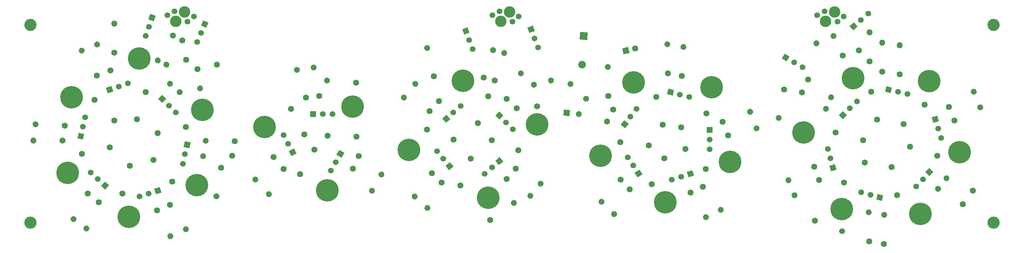
<source format=gbr>
%TF.GenerationSoftware,KiCad,Pcbnew,(5.1.7)-1*%
%TF.CreationDate,2021-06-30T17:19:36-05:00*%
%TF.ProjectId,ROLZRSTRIP,524f4c5a-5253-4545-9249-502e6b696361,rev?*%
%TF.SameCoordinates,Original*%
%TF.FileFunction,Soldermask,Top*%
%TF.FilePolarity,Negative*%
%FSLAX46Y46*%
G04 Gerber Fmt 4.6, Leading zero omitted, Abs format (unit mm)*
G04 Created by KiCad (PCBNEW (5.1.7)-1) date 2021-06-30 17:19:36*
%MOMM*%
%LPD*%
G01*
G04 APERTURE LIST*
%ADD10C,3.200000*%
%ADD11C,5.900000*%
%ADD12C,1.600000*%
%ADD13C,3.000000*%
%ADD14C,0.100000*%
%ADD15C,1.500000*%
%ADD16C,2.000000*%
%ADD17O,1.600000X1.600000*%
%ADD18R,1.500000X1.500000*%
G04 APERTURE END LIST*
D10*
%TO.C,REF\u002A\u002A*%
X21900000Y-97580000D03*
%TD*%
%TO.C,REF\u002A\u002A*%
X273780000Y-97580000D03*
%TD*%
D11*
%TO.C,REF\u002A\u002A*%
X254640000Y-147160000D03*
%TD*%
%TO.C,REF\u002A\u002A*%
X256890000Y-112360000D03*
%TD*%
%TO.C,REF\u002A\u002A*%
X237030000Y-111540000D03*
%TD*%
%TO.C,REF\u002A\u002A*%
X264900000Y-131000000D03*
%TD*%
%TO.C,REF\u002A\u002A*%
X234050000Y-145890000D03*
%TD*%
%TO.C,REF\u002A\u002A*%
X224090000Y-125790000D03*
%TD*%
%TO.C,REF\u002A\u002A*%
X179580000Y-112700000D03*
%TD*%
%TO.C,REF\u002A\u002A*%
X200050000Y-113910000D03*
%TD*%
%TO.C,REF\u002A\u002A*%
X187880000Y-144100000D03*
%TD*%
%TO.C,REF\u002A\u002A*%
X170960000Y-131860000D03*
%TD*%
%TO.C,REF\u002A\u002A*%
X204880000Y-133510000D03*
%TD*%
%TO.C,REF\u002A\u002A*%
X141580000Y-142870000D03*
%TD*%
%TO.C,REF\u002A\u002A*%
X120850000Y-130360000D03*
%TD*%
%TO.C,REF\u002A\u002A*%
X135010000Y-112250000D03*
%TD*%
%TO.C,REF\u002A\u002A*%
X154370000Y-123680000D03*
%TD*%
%TO.C,REF\u002A\u002A*%
X99550000Y-140980000D03*
%TD*%
%TO.C,REF\u002A\u002A*%
X66810000Y-119890000D03*
%TD*%
%TO.C,REF\u002A\u002A*%
X106160000Y-119000000D03*
%TD*%
%TO.C,REF\u002A\u002A*%
X32600000Y-116570000D03*
%TD*%
%TO.C,REF\u002A\u002A*%
X50370000Y-106410000D03*
%TD*%
%TO.C,REF\u002A\u002A*%
X83060000Y-124370000D03*
%TD*%
%TO.C,REF\u002A\u002A*%
X47590000Y-147900000D03*
%TD*%
%TO.C,REF\u002A\u002A*%
X31620000Y-136390000D03*
%TD*%
%TO.C,REF\u002A\u002A*%
X65360000Y-139580000D03*
%TD*%
%TO.C,REF\u002A\u002A*%
G36*
G01*
X100226613Y-112244261D02*
X100226613Y-112244261D01*
G75*
G02*
X99372757Y-112986507I-798051J55805D01*
G01*
X99372757Y-112986507D01*
G75*
G02*
X98630511Y-112132651I55805J798051D01*
G01*
X98630511Y-112132651D01*
G75*
G02*
X99484367Y-111390405I798051J-55805D01*
G01*
X99484367Y-111390405D01*
G75*
G02*
X100226613Y-112244261I-55805J-798051D01*
G01*
G37*
D12*
X107030000Y-112720000D03*
%TD*%
%TO.C,REF\u002A\u002A*%
X128730000Y-117550000D03*
G36*
G01*
X123212505Y-113541304D02*
X123212505Y-113541304D01*
G75*
G02*
X122095063Y-113718290I-647214J470228D01*
G01*
X122095063Y-113718290D01*
G75*
G02*
X121918077Y-112600848I470228J647214D01*
G01*
X121918077Y-112600848D01*
G75*
G02*
X123035519Y-112423862I647214J-470228D01*
G01*
X123035519Y-112423862D01*
G75*
G02*
X123212505Y-113541304I-470228J-647214D01*
G01*
G37*
%TD*%
%TO.C,REF\u002A\u002A*%
X88060000Y-135370000D03*
G36*
G01*
X84650000Y-141276294D02*
X84650000Y-141276294D01*
G75*
G02*
X84942820Y-142369114I-400000J-692820D01*
G01*
X84942820Y-142369114D01*
G75*
G02*
X83850000Y-142661934I-692820J400000D01*
G01*
X83850000Y-142661934D01*
G75*
G02*
X83557180Y-141569114I400000J692820D01*
G01*
X83557180Y-141569114D01*
G75*
G02*
X84650000Y-141276294I692820J-400000D01*
G01*
G37*
%TD*%
D13*
%TO.C,REF\u002A\u002A*%
X62200000Y-94180000D03*
%TD*%
D14*
%TO.C,REF\u002A\u002A*%
G36*
X66486573Y-97787330D02*
G01*
X67072670Y-96406573D01*
X68453427Y-96992670D01*
X67867330Y-98373427D01*
X66486573Y-97787330D01*
G37*
D15*
X65485086Y-102066165D03*
X66477543Y-99728082D03*
%TD*%
%TO.C,REF\u002A\u002A*%
G36*
G01*
X172890975Y-109431039D02*
X172890975Y-109431039D01*
G75*
G02*
X172077135Y-108645123I-13962J799878D01*
G01*
X172077135Y-108645123D01*
G75*
G02*
X172863051Y-107831283I799878J13962D01*
G01*
X172863051Y-107831283D01*
G75*
G02*
X173676891Y-108617199I13962J-799878D01*
G01*
X173676891Y-108617199D01*
G75*
G02*
X172890975Y-109431039I-799878J-13962D01*
G01*
G37*
D12*
X173010000Y-116250000D03*
%TD*%
D14*
%TO.C,REF\u002A\u002A*%
G36*
X54264945Y-140548470D02*
G01*
X55691530Y-140084945D01*
X56155055Y-141511530D01*
X54728470Y-141975055D01*
X54264945Y-140548470D01*
G37*
D15*
X50378633Y-142599806D03*
X52794316Y-141814903D03*
%TD*%
D14*
%TO.C,REF\u002A\u002A*%
G36*
X35929491Y-126217936D02*
G01*
X35592064Y-127679491D01*
X34130509Y-127342064D01*
X34467936Y-125880509D01*
X35929491Y-126217936D01*
G37*
D15*
X36172751Y-121830200D03*
X35601376Y-124305100D03*
%TD*%
%TO.C,REF\u002A\u002A*%
G36*
G01*
X122851304Y-141947495D02*
X122851304Y-141947495D01*
G75*
G02*
X123028290Y-143064937I-470228J-647214D01*
G01*
X123028290Y-143064937D01*
G75*
G02*
X121910848Y-143241923I-647214J470228D01*
G01*
X121910848Y-143241923D01*
G75*
G02*
X121733862Y-142124481I470228J647214D01*
G01*
X121733862Y-142124481D01*
G75*
G02*
X122851304Y-141947495I647214J-470228D01*
G01*
G37*
D12*
X126860000Y-136430000D03*
%TD*%
D15*
%TO.C,REF\u002A\u002A*%
X59530000Y-94020000D03*
%TD*%
%TO.C,REF\u002A\u002A*%
G36*
G01*
X81208035Y-137500135D02*
X81208035Y-137500135D01*
G75*
G02*
X81326296Y-138625308I-503456J-621717D01*
G01*
X81326296Y-138625308D01*
G75*
G02*
X80201123Y-138743569I-621717J503456D01*
G01*
X80201123Y-138743569D01*
G75*
G02*
X80082862Y-137618396I503456J621717D01*
G01*
X80082862Y-137618396D01*
G75*
G02*
X81208035Y-137500135I621717J-503456D01*
G01*
G37*
D12*
X85500000Y-132200000D03*
%TD*%
D15*
%TO.C,REF\u002A\u002A*%
X52843057Y-98121617D03*
X52016114Y-100523234D03*
D14*
G36*
X52716685Y-96184963D02*
G01*
X53205037Y-94766685D01*
X54623315Y-95255037D01*
X54134963Y-96673315D01*
X52716685Y-96184963D01*
G37*
%TD*%
D12*
%TO.C,REF\u002A\u002A*%
X54060000Y-132980000D03*
X58980443Y-138640322D03*
%TD*%
%TO.C,REF\u002A\u002A*%
X93470000Y-126330000D03*
X90065071Y-119647451D03*
%TD*%
%TO.C,REF\u002A\u002A*%
X188570000Y-110290000D03*
G36*
G01*
X188450975Y-103471039D02*
X188450975Y-103471039D01*
G75*
G02*
X187637135Y-102685123I-13962J799878D01*
G01*
X187637135Y-102685123D01*
G75*
G02*
X188423051Y-101871283I799878J13962D01*
G01*
X188423051Y-101871283D01*
G75*
G02*
X189236891Y-102657199I13962J-799878D01*
G01*
X189236891Y-102657199D01*
G75*
G02*
X188450975Y-103471039I-799878J-13962D01*
G01*
G37*
%TD*%
D14*
%TO.C,REF\u002A\u002A*%
G36*
X56340000Y-118030660D02*
G01*
X55279340Y-116970000D01*
X56340000Y-115909340D01*
X57400660Y-116970000D01*
X56340000Y-118030660D01*
G37*
D15*
X59932102Y-120562102D03*
X58136051Y-118766051D03*
%TD*%
%TO.C,REF\u002A\u002A*%
G36*
G01*
X192606931Y-104189347D02*
X192606931Y-104189347D01*
G75*
G02*
X191849896Y-103348574I41869J798904D01*
G01*
X191849896Y-103348574D01*
G75*
G02*
X192690669Y-102591539I798904J-41869D01*
G01*
X192690669Y-102591539D01*
G75*
G02*
X193447704Y-103432312I-41869J-798904D01*
G01*
X193447704Y-103432312D01*
G75*
G02*
X192606931Y-104189347I-798904J41869D01*
G01*
G37*
D12*
X192250000Y-111000000D03*
%TD*%
D10*
%TO.C,REF\u002A\u002A*%
X21900000Y-149420000D03*
%TD*%
%TO.C,REF\u002A\u002A*%
X273780000Y-149420000D03*
%TD*%
D13*
%TO.C,REF\u002A\u002A*%
X59860000Y-96690000D03*
%TD*%
D12*
%TO.C,REF\u002A\u002A*%
X178570000Y-140710000D03*
G36*
G01*
X174955950Y-146493688D02*
X174955950Y-146493688D01*
G75*
G02*
X175210453Y-147596061I-423935J-678438D01*
G01*
X175210453Y-147596061D01*
G75*
G02*
X174108080Y-147850564I-678438J423935D01*
G01*
X174108080Y-147850564D01*
G75*
G02*
X173853577Y-146748191I423935J678438D01*
G01*
X173853577Y-146748191D01*
G75*
G02*
X174955950Y-146493688I678438J-423935D01*
G01*
G37*
%TD*%
%TO.C,REF\u002A\u002A*%
X125578147Y-125002240D03*
X132580000Y-127690000D03*
%TD*%
D15*
%TO.C,REF\u002A\u002A*%
X62970000Y-96790000D03*
%TD*%
D12*
%TO.C,REF\u002A\u002A*%
X129390000Y-138900000D03*
G36*
G01*
X126083599Y-144864906D02*
X126083599Y-144864906D01*
G75*
G02*
X126395447Y-145952450I-387848J-699696D01*
G01*
X126395447Y-145952450D01*
G75*
G02*
X125307903Y-146264298I-699696J387848D01*
G01*
X125307903Y-146264298D01*
G75*
G02*
X124996055Y-145176754I387848J699696D01*
G01*
X124996055Y-145176754D01*
G75*
G02*
X126083599Y-144864906I699696J-387848D01*
G01*
G37*
%TD*%
%TO.C,REF\u002A\u002A*%
X202940000Y-122980000D03*
G36*
G01*
X209348704Y-120647423D02*
X209348704Y-120647423D01*
G75*
G02*
X209826842Y-119622053I751754J273616D01*
G01*
X209826842Y-119622053D01*
G75*
G02*
X210852212Y-120100191I273616J-751754D01*
G01*
X210852212Y-120100191D01*
G75*
G02*
X210374074Y-121125561I-751754J-273616D01*
G01*
X210374074Y-121125561D01*
G75*
G02*
X209348704Y-120647423I-273616J751754D01*
G01*
G37*
%TD*%
D15*
%TO.C,REF\u002A\u002A*%
X62290000Y-131500000D03*
X61718625Y-133974900D03*
D14*
G36*
X61961885Y-129587164D02*
G01*
X62299312Y-128125609D01*
X63760867Y-128463036D01*
X63423440Y-129924591D01*
X61961885Y-129587164D01*
G37*
%TD*%
D15*
%TO.C,REF\u002A\u002A*%
X44981617Y-113733057D03*
X47383234Y-112906114D03*
D14*
G36*
X43533315Y-115024963D02*
G01*
X42115037Y-115513315D01*
X41626685Y-114095037D01*
X43044963Y-113606685D01*
X43533315Y-115024963D01*
G37*
%TD*%
%TO.C,REF\u002A\u002A*%
G36*
G01*
X110664323Y-140467119D02*
X110664323Y-140467119D01*
G75*
G02*
X111792938Y-140546040I524847J-603768D01*
G01*
X111792938Y-140546040D01*
G75*
G02*
X111714017Y-141674655I-603768J-524847D01*
G01*
X111714017Y-141674655D01*
G75*
G02*
X110585402Y-141595734I-524847J603768D01*
G01*
X110585402Y-141595734D01*
G75*
G02*
X110664323Y-140467119I603768J524847D01*
G01*
G37*
D12*
X106190000Y-135320000D03*
%TD*%
D15*
%TO.C,REF\u002A\u002A*%
X64600000Y-95370000D03*
%TD*%
%TO.C,REF\u002A\u002A*%
G36*
G01*
X149756401Y-111015094D02*
X149756401Y-111015094D01*
G75*
G02*
X149444553Y-109927550I387848J699696D01*
G01*
X149444553Y-109927550D01*
G75*
G02*
X150532097Y-109615702I699696J-387848D01*
G01*
X150532097Y-109615702D01*
G75*
G02*
X150843945Y-110703246I-387848J-699696D01*
G01*
X150843945Y-110703246D01*
G75*
G02*
X149756401Y-111015094I-699696J387848D01*
G01*
G37*
D12*
X146450000Y-116980000D03*
%TD*%
%TO.C,REF\u002A\u002A*%
G36*
G01*
X198104050Y-147313688D02*
X198104050Y-147313688D01*
G75*
G02*
X199206423Y-147568191I423935J-678438D01*
G01*
X199206423Y-147568191D01*
G75*
G02*
X198951920Y-148670564I-678438J-423935D01*
G01*
X198951920Y-148670564D01*
G75*
G02*
X197849547Y-148416061I-423935J678438D01*
G01*
X197849547Y-148416061D01*
G75*
G02*
X198104050Y-147313688I678438J423935D01*
G01*
G37*
X194490000Y-141530000D03*
%TD*%
%TO.C,REF\u002A\u002A*%
X149080000Y-119450000D03*
G36*
G01*
X153088696Y-113932505D02*
X153088696Y-113932505D01*
G75*
G02*
X152911710Y-112815063I470228J647214D01*
G01*
X152911710Y-112815063D01*
G75*
G02*
X154029152Y-112638077I647214J-470228D01*
G01*
X154029152Y-112638077D01*
G75*
G02*
X154206138Y-113755519I-470228J-647214D01*
G01*
X154206138Y-113755519D01*
G75*
G02*
X153088696Y-113932505I-647214J470228D01*
G01*
G37*
%TD*%
%TO.C,REF\u002A\u002A*%
X239650000Y-127850000D03*
X232440537Y-125782720D03*
%TD*%
D15*
%TO.C,REF\u002A\u002A*%
X39502412Y-137990408D03*
X37614824Y-136290817D03*
D14*
G36*
X41334489Y-138630793D02*
G01*
X42449207Y-139634489D01*
X41445511Y-140749207D01*
X40330793Y-139745511D01*
X41334489Y-138630793D01*
G37*
%TD*%
D15*
%TO.C,REF\u002A\u002A*%
X57660000Y-95080000D03*
%TD*%
%TO.C,REF\u002A\u002A*%
G36*
G01*
X210997416Y-124910093D02*
X210997416Y-124910093D01*
G75*
G02*
X211580115Y-123940318I776237J193538D01*
G01*
X211580115Y-123940318D01*
G75*
G02*
X212549890Y-124523017I193538J-776237D01*
G01*
X212549890Y-124523017D01*
G75*
G02*
X211967191Y-125492792I-776237J-193538D01*
G01*
X211967191Y-125492792D01*
G75*
G02*
X210997416Y-124910093I-193538J776237D01*
G01*
G37*
D12*
X204380000Y-126560000D03*
%TD*%
D16*
%TO.C,REF\u002A\u002A*%
X166190000Y-108020000D03*
%TD*%
%TO.C,REF\u002A\u002A*%
G36*
G01*
X166062386Y-121174854D02*
X166062386Y-121174854D01*
G75*
G02*
X165082590Y-121740540I-772741J207055D01*
G01*
X165082590Y-121740540D01*
G75*
G02*
X164516904Y-120760744I207055J772741D01*
G01*
X164516904Y-120760744D01*
G75*
G02*
X165496700Y-120195058I772741J-207055D01*
G01*
X165496700Y-120195058D01*
G75*
G02*
X166062386Y-121174854I-207055J-772741D01*
G01*
G37*
D12*
X172650000Y-122940000D03*
%TD*%
%TO.C,REF\u002A\u002A*%
X107750000Y-132010000D03*
G36*
G01*
X113050135Y-136301965D02*
X113050135Y-136301965D01*
G75*
G02*
X114175308Y-136183704I621717J-503456D01*
G01*
X114175308Y-136183704D01*
G75*
G02*
X114293569Y-137308877I-503456J-621717D01*
G01*
X114293569Y-137308877D01*
G75*
G02*
X113168396Y-137427138I-621717J503456D01*
G01*
X113168396Y-137427138D01*
G75*
G02*
X113050135Y-136301965I503456J621717D01*
G01*
G37*
%TD*%
%TO.C,REF\u002A\u002A*%
X197730000Y-140060000D03*
G36*
G01*
X201928811Y-145434233D02*
X201928811Y-145434233D01*
G75*
G02*
X203051749Y-145572113I492529J-630409D01*
G01*
X203051749Y-145572113D01*
G75*
G02*
X202913869Y-146695051I-630409J-492529D01*
G01*
X202913869Y-146695051D01*
G75*
G02*
X201790931Y-146557171I-492529J630409D01*
G01*
X201790931Y-146557171D01*
G75*
G02*
X201928811Y-145434233I630409J492529D01*
G01*
G37*
%TD*%
D15*
%TO.C,REF\u002A\u002A*%
X231092600Y-132586548D03*
X230435199Y-130133097D03*
D14*
G36*
X232280330Y-134121441D02*
G01*
X232668559Y-135570330D01*
X231219670Y-135958559D01*
X230831441Y-134509670D01*
X232280330Y-134121441D01*
G37*
%TD*%
D15*
%TO.C,REF\u002A\u002A*%
X178808610Y-121621466D03*
X180337220Y-119592932D03*
D14*
G36*
X178330338Y-123502385D02*
G01*
X177427615Y-124700338D01*
X176229662Y-123797615D01*
X177132385Y-122599662D01*
X178330338Y-123502385D01*
G37*
%TD*%
D12*
%TO.C,REF\u002A\u002A*%
X193200000Y-130100000D03*
X198503301Y-135403301D03*
%TD*%
D14*
%TO.C,REF\u002A\u002A*%
G36*
X255910793Y-136235511D02*
G01*
X256914489Y-135120793D01*
X258029207Y-136124489D01*
X257025511Y-137239207D01*
X255910793Y-136235511D01*
G37*
D15*
X253570817Y-139955176D03*
X255270408Y-138067588D03*
%TD*%
D12*
%TO.C,REF\u002A\u002A*%
X55010000Y-146180000D03*
G36*
G01*
X58106216Y-152256665D02*
X58106216Y-152256665D01*
G75*
G02*
X59182213Y-152606278I363192J-712805D01*
G01*
X59182213Y-152606278D01*
G75*
G02*
X58832600Y-153682275I-712805J-363192D01*
G01*
X58832600Y-153682275D01*
G75*
G02*
X57756603Y-153332662I-363192J712805D01*
G01*
X57756603Y-153332662D01*
G75*
G02*
X58106216Y-152256665I712805J363192D01*
G01*
G37*
%TD*%
%TO.C,REF\u002A\u002A*%
X71730000Y-135000000D03*
G36*
G01*
X70663117Y-141736034D02*
X70663117Y-141736034D01*
G75*
G02*
X71328120Y-142651333I-125148J-790151D01*
G01*
X71328120Y-142651333D01*
G75*
G02*
X70412821Y-143316336I-790151J125148D01*
G01*
X70412821Y-143316336D01*
G75*
G02*
X69747818Y-142401037I125148J790151D01*
G01*
X69747818Y-142401037D01*
G75*
G02*
X70663117Y-141736034I790151J-125148D01*
G01*
G37*
%TD*%
%TO.C,REF\u002A\u002A*%
X174270000Y-119790000D03*
G36*
G01*
X167946606Y-117235183D02*
X167946606Y-117235183D01*
G75*
G02*
X166905174Y-117677245I-741747J299685D01*
G01*
X166905174Y-117677245D01*
G75*
G02*
X166463112Y-116635813I299685J741747D01*
G01*
X166463112Y-116635813D01*
G75*
G02*
X167504544Y-116193751I741747J-299685D01*
G01*
X167504544Y-116193751D01*
G75*
G02*
X167946606Y-117235183I-299685J-741747D01*
G01*
G37*
%TD*%
D17*
%TO.C,REF\u002A\u002A*%
X43820000Y-97290000D03*
D12*
X43820000Y-104910000D03*
%TD*%
%TO.C,REF\u002A\u002A*%
G36*
G01*
X151976617Y-141931791D02*
X151976617Y-141931791D01*
G75*
G02*
X153090800Y-141735330I655322J-458861D01*
G01*
X153090800Y-141735330D01*
G75*
G02*
X153287261Y-142849513I-458861J-655322D01*
G01*
X153287261Y-142849513D01*
G75*
G02*
X152173078Y-143045974I-655322J458861D01*
G01*
X152173078Y-143045974D01*
G75*
G02*
X151976617Y-141931791I458861J655322D01*
G01*
G37*
X146390000Y-138020000D03*
%TD*%
D18*
%TO.C,REF\u002A\u002A*%
X95810000Y-120970000D03*
D15*
X100890000Y-120970000D03*
X98350000Y-120970000D03*
%TD*%
D14*
%TO.C,REF\u002A\u002A*%
G36*
X144471489Y-122390499D02*
G01*
X143429501Y-121311489D01*
X144508511Y-120269501D01*
X145550499Y-121348511D01*
X144471489Y-122390499D01*
G37*
D15*
X148018865Y-124984246D03*
X146254432Y-123157123D03*
%TD*%
%TO.C,REF\u002A\u002A*%
X129827319Y-132674247D03*
X128194639Y-130728494D03*
D14*
G36*
X131552443Y-133563376D02*
G01*
X132516624Y-134712443D01*
X131367557Y-135676624D01*
X130403376Y-134527557D01*
X131552443Y-133563376D01*
G37*
%TD*%
D18*
%TO.C,REF\u002A\u002A*%
X199500000Y-125130000D03*
D15*
X199500000Y-130210000D03*
X199500000Y-127670000D03*
%TD*%
D14*
%TO.C,REF\u002A\u002A*%
G36*
X131669207Y-122285511D02*
G01*
X130554489Y-123289207D01*
X129550793Y-122174489D01*
X130665511Y-121170793D01*
X131669207Y-122285511D01*
G37*
D15*
X134385176Y-118830817D03*
X132497588Y-120530408D03*
%TD*%
D12*
%TO.C,REF\u002A\u002A*%
X198649648Y-120773928D03*
X192090000Y-124410000D03*
%TD*%
%TO.C,REF\u002A\u002A*%
X247130000Y-134860000D03*
X248561067Y-142222204D03*
%TD*%
D15*
%TO.C,REF\u002A\u002A*%
X89257542Y-128737313D03*
X88065084Y-126494626D03*
D14*
G36*
X90760107Y-129965686D02*
G01*
X91464314Y-131290107D01*
X90139893Y-131994314D01*
X89435686Y-130669893D01*
X90760107Y-129965686D01*
G37*
%TD*%
%TO.C,REF\u002A\u002A*%
G36*
G01*
X35707440Y-105034119D02*
X35707440Y-105034119D01*
G75*
G02*
X34609676Y-104760415I-412030J685734D01*
G01*
X34609676Y-104760415D01*
G75*
G02*
X34883380Y-103662651I685734J412030D01*
G01*
X34883380Y-103662651D01*
G75*
G02*
X35981144Y-103936355I412030J-685734D01*
G01*
X35981144Y-103936355D01*
G75*
G02*
X35707440Y-105034119I-685734J-412030D01*
G01*
G37*
D12*
X39220000Y-110880000D03*
%TD*%
D15*
%TO.C,REF\u002A\u002A*%
X192054316Y-137394903D03*
X189638633Y-138179806D03*
D14*
G36*
X193524945Y-136128470D02*
G01*
X194951530Y-135664945D01*
X195415055Y-137091530D01*
X193988470Y-137555055D01*
X193524945Y-136128470D01*
G37*
%TD*%
%TO.C,REF\u002A\u002A*%
G36*
X181112384Y-135508827D02*
G01*
X181951173Y-136752384D01*
X180707616Y-137591173D01*
X179868827Y-136347616D01*
X181112384Y-135508827D01*
G37*
D15*
X178069300Y-132338489D03*
X179489650Y-134444245D03*
%TD*%
%TO.C,REF\u002A\u002A*%
G36*
G01*
X157621796Y-112888297D02*
X157621796Y-112888297D01*
G75*
G02*
X157291015Y-111806362I375577J706358D01*
G01*
X157291015Y-111806362D01*
G75*
G02*
X158372950Y-111475581I706358J-375577D01*
G01*
X158372950Y-111475581D01*
G75*
G02*
X158703731Y-112557516I-375577J-706358D01*
G01*
X158703731Y-112557516D01*
G75*
G02*
X157621796Y-112888297I-706358J375577D01*
G01*
G37*
D12*
X154420000Y-118910000D03*
%TD*%
%TO.C,REF\u002A\u002A*%
G36*
G01*
X96098682Y-109555303D02*
X96098682Y-109555303D01*
G75*
G02*
X95160733Y-108922648I-152647J785302D01*
G01*
X95160733Y-108922648D01*
G75*
G02*
X95793388Y-107984699I785302J152647D01*
G01*
X95793388Y-107984699D01*
G75*
G02*
X96731337Y-108617354I152647J-785302D01*
G01*
X96731337Y-108617354D01*
G75*
G02*
X96098682Y-109555303I-785302J-152647D01*
G01*
G37*
X97400000Y-116250000D03*
%TD*%
D15*
%TO.C,REF\u002A\u002A*%
X191743452Y-115857400D03*
X194196903Y-116514801D03*
D14*
G36*
X189820330Y-116118559D02*
G01*
X188371441Y-115730330D01*
X188759670Y-114281441D01*
X190208559Y-114669670D01*
X189820330Y-116118559D01*
G37*
%TD*%
%TO.C,REF\u002A\u002A*%
G36*
X101925481Y-131644519D02*
G01*
X102675481Y-130345481D01*
X103974519Y-131095481D01*
X103224519Y-132394519D01*
X101925481Y-131644519D01*
G37*
D15*
X100410000Y-135769409D03*
X101680000Y-133569705D03*
%TD*%
D12*
%TO.C,REF\u002A\u002A*%
X92380000Y-136745191D03*
X96130000Y-130250000D03*
%TD*%
%TO.C,REF\u002A\u002A*%
X180035739Y-103765195D03*
D14*
G36*
X177027301Y-105339774D02*
G01*
X176640226Y-103787301D01*
X178192699Y-103400226D01*
X178579774Y-104952699D01*
X177027301Y-105339774D01*
G37*
%TD*%
D15*
%TO.C,REF\u002A\u002A*%
X236177123Y-119465568D03*
X238004246Y-117701135D03*
D14*
G36*
X235410499Y-121248511D02*
G01*
X234331489Y-122290499D01*
X233289501Y-121211489D01*
X234368511Y-120169501D01*
X235410499Y-121248511D01*
G37*
%TD*%
D15*
%TO.C,REF\u002A\u002A*%
X229530000Y-94020000D03*
%TD*%
D13*
%TO.C,REF\u002A\u002A*%
X144860000Y-96690000D03*
%TD*%
D12*
%TO.C,REF\u002A\u002A*%
X49700000Y-122330000D03*
X52017627Y-115197076D03*
%TD*%
D14*
%TO.C,REF\u002A\u002A*%
G36*
X246862064Y-115489491D02*
G01*
X245400509Y-115152064D01*
X245737936Y-113690509D01*
X247199491Y-114027936D01*
X246862064Y-115489491D01*
G37*
D15*
X251249800Y-115732751D03*
X248774900Y-115161376D03*
%TD*%
D12*
%TO.C,REF\u002A\u002A*%
X140390000Y-111420000D03*
G36*
G01*
X142610374Y-104971563D02*
X142610374Y-104971563D01*
G75*
G02*
X142114414Y-103954693I260455J756415D01*
G01*
X142114414Y-103954693D01*
G75*
G02*
X143131284Y-103458733I756415J-260455D01*
G01*
X143131284Y-103458733D01*
G75*
G02*
X143627244Y-104475603I-260455J-756415D01*
G01*
X143627244Y-104475603D01*
G75*
G02*
X142610374Y-104971563I-756415J260455D01*
G01*
G37*
%TD*%
D15*
%TO.C,REF\u002A\u002A*%
X149600000Y-95370000D03*
%TD*%
D12*
%TO.C,REF\u002A\u002A*%
X244630000Y-109910000D03*
D17*
X244630000Y-102290000D03*
%TD*%
D14*
%TO.C,REF\u002A\u002A*%
G36*
X165500817Y-101447086D02*
G01*
X165622914Y-99450817D01*
X167619183Y-99572914D01*
X167497086Y-101569183D01*
X165500817Y-101447086D01*
G37*
%TD*%
D12*
%TO.C,REF\u002A\u002A*%
X75330000Y-128100000D03*
G36*
G01*
X68511039Y-127980975D02*
X68511039Y-127980975D01*
G75*
G02*
X67697199Y-128766891I-799878J13962D01*
G01*
X67697199Y-128766891D01*
G75*
G02*
X66911283Y-127953051I13962J799878D01*
G01*
X66911283Y-127953051D01*
G75*
G02*
X67725123Y-127167135I799878J-13962D01*
G01*
X67725123Y-127167135D01*
G75*
G02*
X68511039Y-127980975I-13962J-799878D01*
G01*
G37*
%TD*%
D17*
%TO.C,REF\u002A\u002A*%
X22660000Y-127900000D03*
D12*
X30280000Y-127900000D03*
%TD*%
D17*
%TO.C,REF\u002A\u002A*%
X241300000Y-99530000D03*
D12*
X241300000Y-107150000D03*
%TD*%
D15*
%TO.C,REF\u002A\u002A*%
X136628731Y-101586819D03*
X137497462Y-103973639D03*
D14*
G36*
X135311746Y-100161285D02*
G01*
X134798715Y-98751746D01*
X136208254Y-98238715D01*
X136721285Y-99648254D01*
X135311746Y-100161285D01*
G37*
%TD*%
%TO.C,REF\u002A\u002A*%
G36*
X238228076Y-98053988D02*
G01*
X237096012Y-99038076D01*
X236111924Y-97906012D01*
X237243988Y-96921924D01*
X238228076Y-98053988D01*
G37*
D15*
X241003925Y-94647220D03*
X239086962Y-96313610D03*
%TD*%
%TO.C,REF\u002A\u002A*%
X241560000Y-142150000D03*
X239118396Y-141449881D03*
D14*
G36*
X243487387Y-141922445D02*
G01*
X244929279Y-142335901D01*
X244515823Y-143777793D01*
X243073931Y-143364337D01*
X243487387Y-141922445D01*
G37*
%TD*%
%TO.C,REF\u002A\u002A*%
G36*
G01*
X57875562Y-107349734D02*
X57875562Y-107349734D01*
G75*
G02*
X58110787Y-108456381I-435711J-670936D01*
G01*
X58110787Y-108456381D01*
G75*
G02*
X57004140Y-108691606I-670936J435711D01*
G01*
X57004140Y-108691606D01*
G75*
G02*
X56768915Y-107584959I435711J670936D01*
G01*
X56768915Y-107584959D01*
G75*
G02*
X57875562Y-107349734I670936J-435711D01*
G01*
G37*
D12*
X61590000Y-101630000D03*
%TD*%
%TO.C,REF\u002A\u002A*%
G36*
G01*
X232606426Y-100916182D02*
X232606426Y-100916182D01*
G75*
G02*
X231513606Y-101209002I-692820J400000D01*
G01*
X231513606Y-101209002D01*
G75*
G02*
X231220786Y-100116182I400000J692820D01*
G01*
X231220786Y-100116182D01*
G75*
G02*
X232313606Y-99823362I692820J-400000D01*
G01*
X232313606Y-99823362D01*
G75*
G02*
X232606426Y-100916182I-400000J-692820D01*
G01*
G37*
X238512720Y-104326182D03*
%TD*%
%TO.C,REF\u002A\u002A*%
G36*
G01*
X217718682Y-121204697D02*
X217718682Y-121204697D01*
G75*
G02*
X218351337Y-122142646I-152647J-785302D01*
G01*
X218351337Y-122142646D01*
G75*
G02*
X217413388Y-122775301I-785302J152647D01*
G01*
X217413388Y-122775301D01*
G75*
G02*
X216780733Y-121837352I152647J785302D01*
G01*
X216780733Y-121837352D01*
G75*
G02*
X217718682Y-121204697I785302J-152647D01*
G01*
G37*
X219020000Y-114510000D03*
%TD*%
%TO.C,REF\u002A\u002A*%
G36*
G01*
X230644233Y-116078811D02*
X230644233Y-116078811D01*
G75*
G02*
X231767171Y-115940931I630409J-492529D01*
G01*
X231767171Y-115940931D01*
G75*
G02*
X231905051Y-117063869I-492529J-630409D01*
G01*
X231905051Y-117063869D01*
G75*
G02*
X230782113Y-117201749I-630409J492529D01*
G01*
X230782113Y-117201749D01*
G75*
G02*
X230644233Y-116078811I492529J630409D01*
G01*
G37*
X225270000Y-111880000D03*
%TD*%
D14*
%TO.C,REF\u002A\u002A*%
G36*
X152378591Y-99738961D02*
G01*
X151841039Y-98338591D01*
X153241409Y-97801039D01*
X153778961Y-99201409D01*
X152378591Y-99738961D01*
G37*
D15*
X154630509Y-103512589D03*
X153720255Y-101141294D03*
%TD*%
D13*
%TO.C,REF\u002A\u002A*%
X232200000Y-94180000D03*
%TD*%
D12*
%TO.C,REF\u002A\u002A*%
X42770000Y-109530000D03*
G36*
G01*
X39673784Y-103453335D02*
X39673784Y-103453335D01*
G75*
G02*
X38597787Y-103103722I-363192J712805D01*
G01*
X38597787Y-103103722D01*
G75*
G02*
X38947400Y-102027725I712805J363192D01*
G01*
X38947400Y-102027725D01*
G75*
G02*
X40023397Y-102377338I363192J-712805D01*
G01*
X40023397Y-102377338D01*
G75*
G02*
X39673784Y-103453335I-712805J-363192D01*
G01*
G37*
%TD*%
D15*
%TO.C,REF\u002A\u002A*%
X234600000Y-95370000D03*
%TD*%
%TO.C,REF\u002A\u002A*%
G36*
G01*
X269566665Y-119573784D02*
X269566665Y-119573784D01*
G75*
G02*
X269916278Y-118497787I712805J363192D01*
G01*
X269916278Y-118497787D01*
G75*
G02*
X270992275Y-118847400I363192J-712805D01*
G01*
X270992275Y-118847400D01*
G75*
G02*
X270642662Y-119923397I-712805J-363192D01*
G01*
X270642662Y-119923397D01*
G75*
G02*
X269566665Y-119573784I-363192J712805D01*
G01*
G37*
D12*
X263490000Y-122670000D03*
%TD*%
%TO.C,REF\u002A\u002A*%
G36*
G01*
X262168981Y-138137744D02*
X262168981Y-138137744D01*
G75*
G02*
X261105840Y-138524695I-725046J338095D01*
G01*
X261105840Y-138524695D01*
G75*
G02*
X260718889Y-137461554I338095J725046D01*
G01*
X260718889Y-137461554D01*
G75*
G02*
X261782030Y-137074603I725046J-338095D01*
G01*
X261782030Y-137074603D01*
G75*
G02*
X262168981Y-138137744I-338095J-725046D01*
G01*
G37*
X268350000Y-141020000D03*
%TD*%
%TO.C,REF\u002A\u002A*%
G36*
G01*
X125815834Y-104444796D02*
X125815834Y-104444796D01*
G75*
G02*
X124856377Y-103845261I-179961J779496D01*
G01*
X124856377Y-103845261D01*
G75*
G02*
X125455912Y-102885804I779496J179961D01*
G01*
X125455912Y-102885804D01*
G75*
G02*
X126415369Y-103485339I179961J-779496D01*
G01*
X126415369Y-103485339D01*
G75*
G02*
X125815834Y-104444796I-779496J-179961D01*
G01*
G37*
X127350000Y-111090000D03*
%TD*%
%TO.C,REF\u002A\u002A*%
G36*
G01*
X145520374Y-105741563D02*
X145520374Y-105741563D01*
G75*
G02*
X145024414Y-104724693I260455J756415D01*
G01*
X145024414Y-104724693D01*
G75*
G02*
X146041284Y-104228733I756415J-260455D01*
G01*
X146041284Y-104228733D01*
G75*
G02*
X146537244Y-105245603I-260455J-756415D01*
G01*
X146537244Y-105245603D01*
G75*
G02*
X145520374Y-105741563I-756415J260455D01*
G01*
G37*
X143300000Y-112190000D03*
%TD*%
%TO.C,REF\u002A\u002A*%
G36*
G01*
X233397019Y-151374070D02*
X233397019Y-151374070D01*
G75*
G02*
X234430577Y-150913900I746864J-286694D01*
G01*
X234430577Y-150913900D01*
G75*
G02*
X234890747Y-151947458I-286694J-746864D01*
G01*
X234890747Y-151947458D01*
G75*
G02*
X233857189Y-152407628I-746864J286694D01*
G01*
X233857189Y-152407628D01*
G75*
G02*
X233397019Y-151374070I286694J746864D01*
G01*
G37*
X227030000Y-148930000D03*
%TD*%
%TO.C,REF\u002A\u002A*%
X262120000Y-119150000D03*
G36*
G01*
X267903688Y-115535950D02*
X267903688Y-115535950D01*
G75*
G02*
X268158191Y-114433577I678438J423935D01*
G01*
X268158191Y-114433577D01*
G75*
G02*
X269260564Y-114688080I423935J-678438D01*
G01*
X269260564Y-114688080D01*
G75*
G02*
X269006061Y-115790453I-678438J-423935D01*
G01*
X269006061Y-115790453D01*
G75*
G02*
X267903688Y-115535950I-423935J678438D01*
G01*
G37*
%TD*%
D15*
%TO.C,REF\u002A\u002A*%
X221629705Y-107440000D03*
X223829409Y-108710000D03*
D14*
G36*
X219704519Y-107194519D02*
G01*
X218405481Y-106444519D01*
X219155481Y-105145481D01*
X220454519Y-105895481D01*
X219704519Y-107194519D01*
G37*
%TD*%
D13*
%TO.C,REF\u002A\u002A*%
X147200000Y-94180000D03*
%TD*%
D17*
%TO.C,REF\u002A\u002A*%
X249170000Y-102940000D03*
D12*
X249170000Y-110560000D03*
%TD*%
%TO.C,REF\u002A\u002A*%
X226840000Y-134740000D03*
G36*
G01*
X220818297Y-137941796D02*
X220818297Y-137941796D01*
G75*
G02*
X220487516Y-139023731I-706358J-375577D01*
G01*
X220487516Y-139023731D01*
G75*
G02*
X219405581Y-138692950I-375577J706358D01*
G01*
X219405581Y-138692950D01*
G75*
G02*
X219736362Y-137611015I706358J375577D01*
G01*
X219736362Y-137611015D01*
G75*
G02*
X220818297Y-137941796I375577J-706358D01*
G01*
G37*
%TD*%
%TO.C,REF\u002A\u002A*%
G36*
G01*
X67831039Y-131999025D02*
X67831039Y-131999025D01*
G75*
G02*
X67045123Y-132812865I-799878J-13962D01*
G01*
X67045123Y-132812865D01*
G75*
G02*
X66231283Y-132026949I-13962J799878D01*
G01*
X66231283Y-132026949D01*
G75*
G02*
X67017199Y-131213109I799878J13962D01*
G01*
X67017199Y-131213109D01*
G75*
G02*
X67831039Y-131999025I13962J-799878D01*
G01*
G37*
X74650000Y-131880000D03*
%TD*%
%TO.C,REF\u002A\u002A*%
X223620000Y-115330000D03*
G36*
G01*
X229274036Y-119143696D02*
X229274036Y-119143696D01*
G75*
G02*
X230384620Y-118927820I663230J-447354D01*
G01*
X230384620Y-118927820D01*
G75*
G02*
X230600496Y-120038404I-447354J-663230D01*
G01*
X230600496Y-120038404D01*
G75*
G02*
X229489912Y-120254280I-663230J447354D01*
G01*
X229489912Y-120254280D01*
G75*
G02*
X229274036Y-119143696I447354J663230D01*
G01*
G37*
%TD*%
%TO.C,REF\u002A\u002A*%
X241250000Y-154320000D03*
G36*
G01*
X241130975Y-147501039D02*
X241130975Y-147501039D01*
G75*
G02*
X240317135Y-146715123I-13962J799878D01*
G01*
X240317135Y-146715123D01*
G75*
G02*
X241103051Y-145901283I799878J13962D01*
G01*
X241103051Y-145901283D01*
G75*
G02*
X241916891Y-146687199I13962J-799878D01*
G01*
X241916891Y-146687199D01*
G75*
G02*
X241130975Y-147501039I-799878J-13962D01*
G01*
G37*
%TD*%
%TO.C,REF\u002A\u002A*%
X65610000Y-109220000D03*
G36*
G01*
X61411189Y-114594233D02*
X61411189Y-114594233D01*
G75*
G02*
X61549069Y-115717171I-492529J-630409D01*
G01*
X61549069Y-115717171D01*
G75*
G02*
X60426131Y-115855051I-630409J492529D01*
G01*
X60426131Y-115855051D01*
G75*
G02*
X60288251Y-114732113I492529J630409D01*
G01*
X60288251Y-114732113D01*
G75*
G02*
X61411189Y-114594233I630409J-492529D01*
G01*
G37*
%TD*%
%TO.C,REF\u002A\u002A*%
G36*
G01*
X163010189Y-113888346D02*
X163010189Y-113888346D01*
G75*
G02*
X162321454Y-112990769I104421J793156D01*
G01*
X162321454Y-112990769D01*
G75*
G02*
X163219031Y-112302034I793156J-104421D01*
G01*
X163219031Y-112302034D01*
G75*
G02*
X163907766Y-113199611I-104421J-793156D01*
G01*
X163907766Y-113199611D01*
G75*
G02*
X163010189Y-113888346I-793156J104421D01*
G01*
G37*
D14*
G36*
X162808735Y-121547577D02*
G01*
X161222423Y-121338735D01*
X161431265Y-119752423D01*
X163017577Y-119961265D01*
X162808735Y-121547577D01*
G37*
%TD*%
D15*
%TO.C,REF\u002A\u002A*%
X232970000Y-96790000D03*
%TD*%
%TO.C,REF\u002A\u002A*%
X142660000Y-95080000D03*
%TD*%
D12*
%TO.C,REF\u002A\u002A*%
X234338539Y-105656353D03*
G36*
G01*
X228157520Y-102774097D02*
X228157520Y-102774097D01*
G75*
G02*
X227094379Y-103161048I-725046J338095D01*
G01*
X227094379Y-103161048D01*
G75*
G02*
X226707428Y-102097907I338095J725046D01*
G01*
X226707428Y-102097907D01*
G75*
G02*
X227770569Y-101710956I725046J-338095D01*
G01*
X227770569Y-101710956D01*
G75*
G02*
X228157520Y-102774097I-338095J-725046D01*
G01*
G37*
%TD*%
D15*
%TO.C,REF\u002A\u002A*%
X147970000Y-96790000D03*
%TD*%
%TO.C,REF\u002A\u002A*%
G36*
G01*
X62094438Y-150489734D02*
X62094438Y-150489734D01*
G75*
G02*
X63201085Y-150724959I435711J-670936D01*
G01*
X63201085Y-150724959D01*
G75*
G02*
X62965860Y-151831606I-670936J-435711D01*
G01*
X62965860Y-151831606D01*
G75*
G02*
X61859213Y-151596381I-435711J670936D01*
G01*
X61859213Y-151596381D01*
G75*
G02*
X62094438Y-150489734I670936J435711D01*
G01*
G37*
D12*
X58380000Y-144770000D03*
%TD*%
%TO.C,REF\u002A\u002A*%
G36*
G01*
X120238297Y-117028204D02*
X120238297Y-117028204D01*
G75*
G02*
X119156362Y-117358985I-706358J375577D01*
G01*
X119156362Y-117358985D01*
G75*
G02*
X118825581Y-116277050I375577J706358D01*
G01*
X118825581Y-116277050D01*
G75*
G02*
X119907516Y-115946269I706358J-375577D01*
G01*
X119907516Y-115946269D01*
G75*
G02*
X120238297Y-117028204I-375577J-706358D01*
G01*
G37*
X126260000Y-120230000D03*
%TD*%
%TO.C,REF\u002A\u002A*%
G36*
G01*
X36847744Y-150231019D02*
X36847744Y-150231019D01*
G75*
G02*
X37234695Y-151294160I-338095J-725046D01*
G01*
X37234695Y-151294160D01*
G75*
G02*
X36171554Y-151681111I-725046J338095D01*
G01*
X36171554Y-151681111D01*
G75*
G02*
X35784603Y-150617970I338095J725046D01*
G01*
X35784603Y-150617970D01*
G75*
G02*
X36847744Y-150231019I725046J-338095D01*
G01*
G37*
X39730000Y-144050000D03*
%TD*%
%TO.C,REF\u002A\u002A*%
X59100000Y-100370000D03*
G36*
G01*
X55587440Y-106215881D02*
X55587440Y-106215881D01*
G75*
G02*
X55861144Y-107313645I-412030J-685734D01*
G01*
X55861144Y-107313645D01*
G75*
G02*
X54763380Y-107587349I-685734J412030D01*
G01*
X54763380Y-107587349D01*
G75*
G02*
X54489676Y-106489585I412030J685734D01*
G01*
X54489676Y-106489585D01*
G75*
G02*
X55587440Y-106215881I685734J-412030D01*
G01*
G37*
%TD*%
%TO.C,REF\u002A\u002A*%
X45908857Y-141794444D03*
X47850000Y-134550000D03*
%TD*%
%TO.C,REF\u002A\u002A*%
X250250000Y-123590000D03*
X255735153Y-118475012D03*
%TD*%
%TO.C,REF\u002A\u002A*%
X148770000Y-135290000D03*
G36*
G01*
X154615881Y-138802560D02*
X154615881Y-138802560D01*
G75*
G02*
X155713645Y-138528856I685734J-412030D01*
G01*
X155713645Y-138528856D01*
G75*
G02*
X155987349Y-139626620I-412030J-685734D01*
G01*
X155987349Y-139626620D01*
G75*
G02*
X154889585Y-139900324I-685734J412030D01*
G01*
X154889585Y-139900324D01*
G75*
G02*
X154615881Y-138802560I412030J685734D01*
G01*
G37*
%TD*%
%TO.C,REF\u002A\u002A*%
X42630000Y-129710000D03*
X35322225Y-131397133D03*
%TD*%
%TO.C,REF\u002A\u002A*%
X234674951Y-138899938D03*
X240070000Y-133690000D03*
%TD*%
%TO.C,REF\u002A\u002A*%
X142150000Y-148750000D03*
G36*
G01*
X147667495Y-144741304D02*
X147667495Y-144741304D01*
G75*
G02*
X147844481Y-143623862I647214J470228D01*
G01*
X147844481Y-143623862D01*
G75*
G02*
X148961923Y-143800848I470228J-647214D01*
G01*
X148961923Y-143800848D01*
G75*
G02*
X148784937Y-144918290I-647214J-470228D01*
G01*
X148784937Y-144918290D01*
G75*
G02*
X147667495Y-144741304I-470228J647214D01*
G01*
G37*
%TD*%
%TO.C,REF\u002A\u002A*%
X38630062Y-117284951D03*
X43840000Y-122680000D03*
%TD*%
%TO.C,REF\u002A\u002A*%
X241730662Y-115103893D03*
X243290000Y-122440000D03*
%TD*%
%TO.C,REF\u002A\u002A*%
X259031389Y-131931761D03*
X251940000Y-129490000D03*
%TD*%
%TO.C,REF\u002A\u002A*%
G36*
G01*
X222386312Y-141834050D02*
X222386312Y-141834050D01*
G75*
G02*
X222131809Y-142936423I-678438J-423935D01*
G01*
X222131809Y-142936423D01*
G75*
G02*
X221029436Y-142681920I-423935J678438D01*
G01*
X221029436Y-142681920D01*
G75*
G02*
X221283939Y-141579547I678438J423935D01*
G01*
X221283939Y-141579547D01*
G75*
G02*
X222386312Y-141834050I423935J-678438D01*
G01*
G37*
X228170000Y-138220000D03*
%TD*%
D15*
%TO.C,REF\u002A\u002A*%
X144530000Y-94020000D03*
%TD*%
D12*
%TO.C,REF\u002A\u002A*%
X138930000Y-123330000D03*
X141617760Y-116328147D03*
%TD*%
%TO.C,REF\u002A\u002A*%
G36*
G01*
X58806304Y-112364036D02*
X58806304Y-112364036D01*
G75*
G02*
X59022180Y-113474620I-447354J-663230D01*
G01*
X59022180Y-113474620D01*
G75*
G02*
X57911596Y-113690496I-663230J447354D01*
G01*
X57911596Y-113690496D01*
G75*
G02*
X57695720Y-112579912I447354J663230D01*
G01*
X57695720Y-112579912D01*
G75*
G02*
X58806304Y-112364036I663230J-447354D01*
G01*
G37*
X62620000Y-106710000D03*
%TD*%
%TO.C,REF\u002A\u002A*%
G36*
G01*
X171765677Y-143337119D02*
X171765677Y-143337119D01*
G75*
G02*
X171844598Y-144465734I-524847J-603768D01*
G01*
X171844598Y-144465734D01*
G75*
G02*
X170715983Y-144544655I-603768J524847D01*
G01*
X170715983Y-144544655D01*
G75*
G02*
X170637062Y-143416040I524847J603768D01*
G01*
X170637062Y-143416040D01*
G75*
G02*
X171765677Y-143337119I603768J-524847D01*
G01*
G37*
X176240000Y-138190000D03*
%TD*%
%TO.C,REF\u002A\u002A*%
X149491853Y-130477760D03*
X142490000Y-127790000D03*
%TD*%
%TO.C,REF\u002A\u002A*%
X36850000Y-141830000D03*
G36*
G01*
X33543599Y-147794906D02*
X33543599Y-147794906D01*
G75*
G02*
X33855447Y-148882450I-387848J-699696D01*
G01*
X33855447Y-148882450D01*
G75*
G02*
X32767903Y-149194298I-699696J387848D01*
G01*
X32767903Y-149194298D01*
G75*
G02*
X32456055Y-148106754I387848J699696D01*
G01*
X32456055Y-148106754D01*
G75*
G02*
X33543599Y-147794906I699696J-387848D01*
G01*
G37*
%TD*%
D15*
%TO.C,REF\u002A\u002A*%
X142583038Y-134976390D03*
X140666075Y-136642780D03*
D14*
G36*
X143441924Y-133236012D02*
G01*
X144573988Y-132251924D01*
X145558076Y-133383988D01*
X144426012Y-134368076D01*
X143441924Y-133236012D01*
G37*
%TD*%
%TO.C,REF\u002A\u002A*%
G36*
X258042050Y-123276507D02*
G01*
X257603493Y-121842050D01*
X259037950Y-121403493D01*
X259476507Y-122837950D01*
X258042050Y-123276507D01*
G37*
D15*
X260025248Y-127198028D03*
X259282624Y-124769014D03*
%TD*%
D12*
%TO.C,REF\u002A\u002A*%
X93920000Y-116640000D03*
G36*
G01*
X91812505Y-110153794D02*
X91812505Y-110153794D01*
G75*
G02*
X90804446Y-109640163I-247214J760845D01*
G01*
X90804446Y-109640163D01*
G75*
G02*
X91318077Y-108632104I760845J247214D01*
G01*
X91318077Y-108632104D01*
G75*
G02*
X92326136Y-109145735I247214J-760845D01*
G01*
X92326136Y-109145735D01*
G75*
G02*
X91812505Y-110153794I-760845J-247214D01*
G01*
G37*
%TD*%
%TO.C,REF\u002A\u002A*%
X30840000Y-124040000D03*
G36*
G01*
X24029347Y-123683069D02*
X24029347Y-123683069D01*
G75*
G02*
X23188574Y-124440104I-798904J41869D01*
G01*
X23188574Y-124440104D01*
G75*
G02*
X22431539Y-123599331I41869J798904D01*
G01*
X22431539Y-123599331D01*
G75*
G02*
X23272312Y-122842296I798904J-41869D01*
G01*
X23272312Y-122842296D01*
G75*
G02*
X24029347Y-123683069I-41869J-798904D01*
G01*
G37*
%TD*%
%TO.C,REF\u002A\u002A*%
X184392216Y-139330955D03*
X187680000Y-132590000D03*
%TD*%
%TO.C,REF\u002A\u002A*%
G36*
G01*
X66708209Y-113596617D02*
X66708209Y-113596617D01*
G75*
G02*
X66904670Y-114710800I-458861J-655322D01*
G01*
X66904670Y-114710800D01*
G75*
G02*
X65790487Y-114907261I-655322J458861D01*
G01*
X65790487Y-114907261D01*
G75*
G02*
X65594026Y-113793078I458861J655322D01*
G01*
X65594026Y-113793078D01*
G75*
G02*
X66708209Y-113596617I655322J-458861D01*
G01*
G37*
X70620000Y-108010000D03*
%TD*%
%TO.C,REF\u002A\u002A*%
X265700000Y-144590000D03*
G36*
G01*
X259916312Y-140975950D02*
X259916312Y-140975950D01*
G75*
G02*
X258813939Y-141230453I-678438J423935D01*
G01*
X258813939Y-141230453D01*
G75*
G02*
X258559436Y-140128080I423935J678438D01*
G01*
X258559436Y-140128080D01*
G75*
G02*
X259661809Y-139873577I678438J-423935D01*
G01*
X259661809Y-139873577D01*
G75*
G02*
X259916312Y-140975950I-423935J-678438D01*
G01*
G37*
%TD*%
%TO.C,REF\u002A\u002A*%
X187210000Y-123800000D03*
X185522867Y-116492225D03*
%TD*%
%TO.C,REF\u002A\u002A*%
X137040000Y-132650000D03*
X134352240Y-139651853D03*
%TD*%
D15*
%TO.C,REF\u002A\u002A*%
X227660000Y-95080000D03*
%TD*%
D12*
%TO.C,REF\u002A\u002A*%
X99640000Y-126660000D03*
X107135431Y-126921746D03*
%TD*%
%TO.C,REF\u002A\u002A*%
X62526107Y-124380662D03*
X55190000Y-125940000D03*
%TD*%
%TO.C,REF\u002A\u002A*%
G36*
G01*
X245149025Y-148181039D02*
X245149025Y-148181039D01*
G75*
G02*
X244363109Y-147367199I13962J799878D01*
G01*
X244363109Y-147367199D01*
G75*
G02*
X245176949Y-146581283I799878J-13962D01*
G01*
X245176949Y-146581283D01*
G75*
G02*
X245962865Y-147395123I-13962J-799878D01*
G01*
X245962865Y-147395123D01*
G75*
G02*
X245149025Y-148181039I-799878J13962D01*
G01*
G37*
X245030000Y-155000000D03*
%TD*%
%TO.C,REF\u002A\u002A*%
X176131086Y-128366037D03*
X183590000Y-129150000D03*
%TD*%
D13*
%TO.C,REF\u002A\u002A*%
X229860000Y-96690000D03*
%TD*%
M02*

</source>
